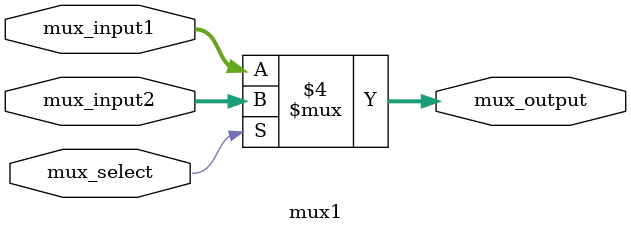
<source format=v>

module mux1(
    input wire [15:0] mux_input1, //input1 is connected to 2s complement output
    input wire [15:0] mux_input2, //input 2 is connected to reg2
    input wire mux_select, // 0 for input1, 1 for input2
    output wire [15:0] mux_output
    );

always @(*) begin
    if (!mux_select) begin
        mux_output = mux_input1; // Select input1
    end else begin
        mux_output = mux_input2; // Select input2
    end

end
endmodule
</source>
